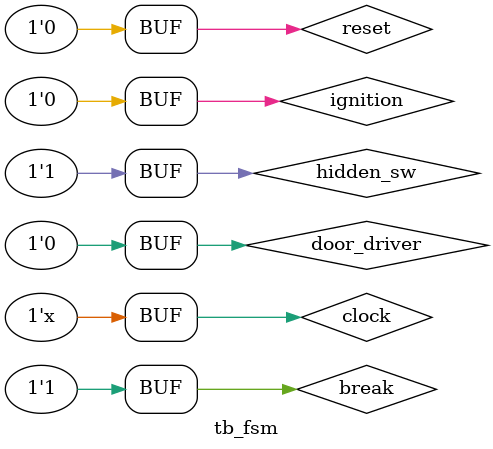
<source format=v>
`timescale 1ns/1ps

module tb_fsm ();
reg clock, reset;
reg ignition, door_driver, door_pass, reprogram, expired, one_hz_enable;
wire [1:0] interval;
wire status, start_timer, enable_siren;
wire [2:0] estado;

reg start;
reg [3:0] value;
wire expired_timer, one_hz_enable_timer, two_hz_enable;
wire [3:0] counter;

reg [1:0] time_param_sel, interval_param;
reg [3:0] time_value;
wire [3:0] value_param;

reg break, hidden_sw;
wire fuel_pump;

reg enable_siren_ger, two_hz_enable_ger;
wire [2:0]siren;


assign one_hz_enable = one_hz_enable_timer;
assign expired = expired_timer;
FSM_antifurto FSM(
.ignition(ignition), 
.door_driver(door_driver), 
.door_pass(door_pass), 
.reprogram(reprogram), 
.clock(clock), 
.reset(reset), 
.expired(expired), 
.one_hz_enable(one_hz_enable),

.interval(interval),
.status(status),
.start_timer(start_timer), 
.enable_siren(enable_siren),
.estado(estado)
);

assign interval_param = interval;

Parametros_Tempo parametros(
    .time_param_sel(time_param_sel), 
    .interval(interval_param),
    .time_value(time_value),
    .reprogram(reprogram), 
    .clock(clock), 
    .reset(reset),
    
    .value(value_param)
);


assign start = start_timer;
assign value = value_param;

Timer relogio(.reset (reset),
    .clock (clock),
    .value(value),
    .start_timer(start),
    
    .expired(expired_timer),
    .one_hz_enable(one_hz_enable_timer),
    .two_hz_enable(two_hz_enable),
    .counter(counter)    
);

logica_comb combustivel(
    .clock(clock),
    .reset(reset),
    .break(break),
    .hidden_sw(hidden_sw),
    .ignition(ignition),
    
    .fuel_pump(fuel_pump)
);

assign enable_siren_ger = enable_siren;
assign two_hz_enable_ger = two_hz_enable;

gerador_sirene sirene(
    .clock(clock), 
    .reset(reset),
    .enable_siren(enable_siren_ger), 
    .two_hz_enable(two_hz_enable_ger),
    
    .siren(siren)
);


localparam PERIOD = 10;
always #(PERIOD/2) clock=~clock;

initial begin
    clock <= 1'b0;
    reset <= 1'b1;
    #PERIOD;
    reset <= 1'b0;
    repeat (100) begin
        #PERIOD;
    end
    door_driver <= 1'b1;
    repeat (100) begin
        #PERIOD;
    end
    ignition <= 1'b1;
    repeat (10) begin
        #PERIOD;
    end
    break <= 1'b1;
    hidden_sw <= 1'b1;
    repeat (1000) begin
        #PERIOD;
    end
    door_driver <= 1'b0;
    repeat (1000) begin
        #PERIOD;
    end
    ignition <= 1'b0;
    repeat (1000) begin
        #PERIOD;
    end
    door_driver <= 1'b1;
    repeat (100) begin
        #PERIOD;
    end
    door_driver <= 1'b0;

end

endmodule
</source>
